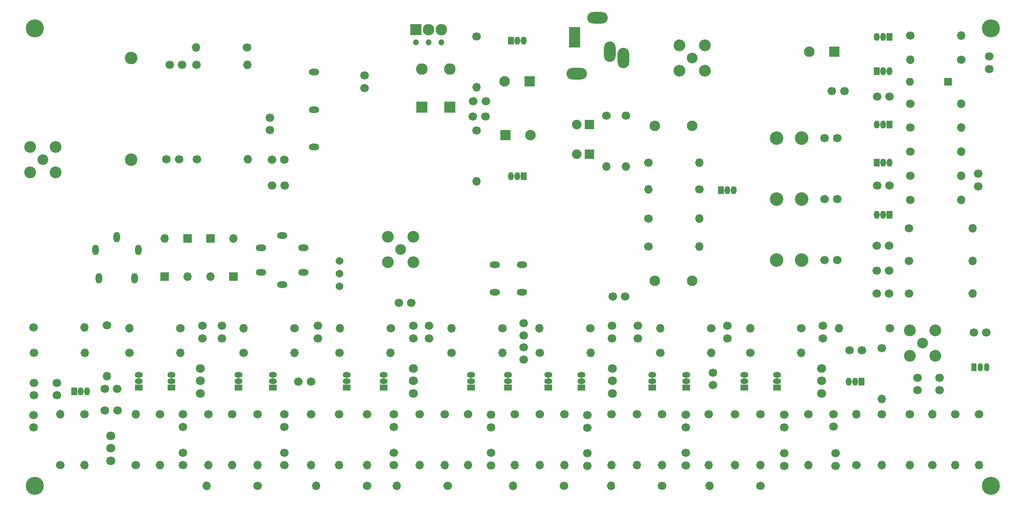
<source format=gbr>
%TF.GenerationSoftware,KiCad,Pcbnew,(5.1.6-0-10_14)*%
%TF.CreationDate,2020-10-31T17:57:06+01:00*%
%TF.ProjectId,FM_Receiver,464d5f52-6563-4656-9976-65722e6b6963,rev?*%
%TF.SameCoordinates,Original*%
%TF.FileFunction,Soldermask,Bot*%
%TF.FilePolarity,Negative*%
%FSLAX46Y46*%
G04 Gerber Fmt 4.6, Leading zero omitted, Abs format (unit mm)*
G04 Created by KiCad (PCBNEW (5.1.6-0-10_14)) date 2020-10-31 17:57:06*
%MOMM*%
%LPD*%
G01*
G04 APERTURE LIST*
%ADD10O,2.300000X2.300000*%
%ADD11R,2.300000X2.300000*%
%ADD12O,4.100000X2.300000*%
%ADD13O,2.300000X4.100000*%
%ADD14R,2.300000X4.100000*%
%ADD15C,2.350000*%
%ADD16C,2.150000*%
%ADD17R,1.900000X1.900000*%
%ADD18C,1.900000*%
%ADD19C,1.700000*%
%ADD20O,1.700000X1.700000*%
%ADD21C,3.600000*%
%ADD22R,1.150000X1.600000*%
%ADD23O,1.150000X1.600000*%
%ADD24C,2.100000*%
%ADD25R,2.100000X2.100000*%
%ADD26C,1.200000*%
%ADD27C,2.300000*%
%ADD28R,1.100000X1.600000*%
%ADD29O,1.100000X1.600000*%
%ADD30C,1.540000*%
%ADD31O,2.100000X1.300000*%
%ADD32O,1.300000X2.100000*%
%ADD33C,2.500000*%
%ADD34O,2.500000X2.500000*%
%ADD35R,1.600000X1.150000*%
%ADD36O,1.600000X1.150000*%
%ADD37C,1.800000*%
%ADD38O,1.600000X1.600000*%
%ADD39R,1.600000X1.600000*%
%ADD40C,2.700000*%
%ADD41R,1.700000X1.700000*%
G04 APERTURE END LIST*
D10*
%TO.C,D101*%
X117078000Y-76778000D03*
D11*
X117078000Y-84398000D03*
%TD*%
D10*
%TO.C,D102*%
X122666000Y-76778000D03*
D11*
X122666000Y-84398000D03*
%TD*%
D12*
%TO.C,J107*%
X152158000Y-66528000D03*
D13*
X157358000Y-74528000D03*
X154658000Y-73328000D03*
D12*
X148058000Y-77728000D03*
D14*
X147558000Y-70428000D03*
%TD*%
D15*
%TO.C,J110*%
X168529000Y-77089000D03*
X168529000Y-72009000D03*
X173609000Y-72009000D03*
X173609000Y-77089000D03*
D16*
X171069000Y-74549000D03*
%TD*%
D17*
%TO.C,D103*%
X150548199Y-93756199D03*
D18*
X148008199Y-93756199D03*
%TD*%
%TO.C,D104*%
X148040600Y-87877800D03*
D17*
X150580600Y-87877800D03*
%TD*%
D19*
%TO.C,R103*%
X153933400Y-86074400D03*
D20*
X153933400Y-96234400D03*
%TD*%
%TO.C,R104*%
X157819600Y-96234400D03*
D19*
X157819600Y-86074400D03*
%TD*%
%TO.C,C109*%
X228076000Y-97696800D03*
X228076000Y-100196800D03*
%TD*%
%TO.C,C106*%
X230311200Y-74227200D03*
X230311200Y-76727200D03*
%TD*%
%TO.C,C105*%
X105648000Y-80548000D03*
X105648000Y-78048000D03*
%TD*%
%TO.C,C103*%
X115006000Y-123514000D03*
X112506000Y-123514000D03*
%TD*%
%TO.C,C102*%
X155178000Y-122244000D03*
X157678000Y-122244000D03*
%TD*%
D21*
%TO.C,REF\u002A\u002A*%
X39862000Y-160090000D03*
%TD*%
%TO.C,REF\u002A\u002A*%
X230616000Y-160090000D03*
%TD*%
%TO.C,REF\u002A\u002A*%
X230616000Y-68650000D03*
%TD*%
%TO.C,REF\u002A\u002A*%
X39862000Y-68650000D03*
%TD*%
D22*
%TO.C,Q102*%
X134860000Y-71090000D03*
D23*
X137400000Y-71090000D03*
X136130000Y-71090000D03*
%TD*%
D19*
%TO.C,R203*%
X82260000Y-72440000D03*
D20*
X72100000Y-72440000D03*
%TD*%
D19*
%TO.C,C201*%
X68680000Y-94810000D03*
X66180000Y-94810000D03*
%TD*%
%TO.C,C202*%
X69310000Y-75890000D03*
X66810000Y-75890000D03*
%TD*%
%TO.C,C204*%
X86800000Y-86460000D03*
X86800000Y-88960000D03*
%TD*%
%TO.C,R201*%
X72260000Y-94810000D03*
D20*
X82420000Y-94810000D03*
%TD*%
D19*
%TO.C,R102*%
X128000000Y-70200000D03*
D20*
X128000000Y-80360000D03*
%TD*%
D19*
%TO.C,C112*%
X129900000Y-83200000D03*
X127400000Y-83200000D03*
%TD*%
D24*
%TO.C,C111*%
X133600000Y-79200000D03*
D25*
X138600000Y-79200000D03*
%TD*%
D22*
%TO.C,Q101*%
X137400000Y-98200000D03*
D23*
X134860000Y-98200000D03*
X136130000Y-98200000D03*
%TD*%
D19*
%TO.C,C110*%
X127300000Y-86200000D03*
X129800000Y-86200000D03*
%TD*%
D11*
%TO.C,J101*%
X115933000Y-68877000D03*
D26*
X115933000Y-71417000D03*
D27*
X118473000Y-68877000D03*
D26*
X118473000Y-71417000D03*
D27*
X121013000Y-68877000D03*
D26*
X121013000Y-71417000D03*
%TD*%
D20*
%TO.C,R101*%
X128000000Y-99160000D03*
D19*
X128000000Y-89000000D03*
%TD*%
D24*
%TO.C,C107*%
X138800000Y-90000000D03*
D25*
X133800000Y-90000000D03*
%TD*%
D15*
%TO.C,J109*%
X214460000Y-134040000D03*
X214460000Y-128960000D03*
X219540000Y-128960000D03*
X219540000Y-134040000D03*
D16*
X217000000Y-131500000D03*
%TD*%
D19*
%TO.C,C403*%
X216000000Y-140950000D03*
X216000000Y-138450000D03*
%TD*%
D28*
%TO.C,Q401*%
X227250000Y-136350000D03*
D29*
X229790000Y-136350000D03*
X228520000Y-136350000D03*
%TD*%
D20*
%TO.C,R403*%
X223550000Y-155930600D03*
D19*
X223550000Y-145770600D03*
%TD*%
D20*
%TO.C,R402*%
X219000000Y-145770600D03*
D19*
X219000000Y-155930600D03*
%TD*%
%TO.C,C108*%
X198922000Y-81153000D03*
X201422000Y-81153000D03*
%TD*%
%TO.C,C104*%
X199644000Y-153583000D03*
X199644000Y-156083000D03*
%TD*%
D24*
%TO.C,C101*%
X194390000Y-73279000D03*
D25*
X199390000Y-73279000D03*
%TD*%
D20*
%TO.C,L501*%
X227009200Y-121666000D03*
D19*
X214309200Y-121666000D03*
%TD*%
D20*
%TO.C,L502*%
X227009200Y-115122400D03*
D19*
X214309200Y-115122400D03*
%TD*%
D15*
%TO.C,J108*%
X110372400Y-115335200D03*
X110372400Y-110255200D03*
X115452400Y-110255200D03*
X115452400Y-115335200D03*
D16*
X112912400Y-112795200D03*
%TD*%
D30*
%TO.C,RV201*%
X100712000Y-120150000D03*
X100712000Y-117610000D03*
X100712000Y-115070000D03*
%TD*%
D31*
%TO.C,T202*%
X85065600Y-117381400D03*
X93498400Y-117381400D03*
X93498400Y-112504600D03*
X85065600Y-112504600D03*
X89282000Y-110043000D03*
X89282000Y-119843000D03*
%TD*%
D19*
%TO.C,R202*%
X72160000Y-75890000D03*
D20*
X82320000Y-75890000D03*
%TD*%
D19*
%TO.C,C317*%
X118529100Y-130606800D03*
X118529100Y-128106800D03*
%TD*%
D20*
%TO.C,R325*%
X123024900Y-128550000D03*
D19*
X133184900Y-128550000D03*
%TD*%
D20*
%TO.C,R327*%
X133210300Y-133502400D03*
D19*
X123050300Y-133502400D03*
%TD*%
D32*
%TO.C,T201*%
X59818000Y-118549800D03*
X60554600Y-112885600D03*
X56262000Y-110396400D03*
X52706000Y-118549800D03*
X51969400Y-112885600D03*
%TD*%
D31*
%TO.C,T301*%
X131648200Y-121335800D03*
X137083800Y-121335800D03*
X131648200Y-115900200D03*
X137083800Y-115900200D03*
%TD*%
D16*
%TO.C,J106*%
X41538400Y-94913600D03*
D15*
X38998400Y-92373600D03*
X38998400Y-97453600D03*
X44078400Y-97453600D03*
X44078400Y-92373600D03*
%TD*%
D24*
%TO.C,C510*%
X171076000Y-88138000D03*
X163576000Y-88138000D03*
%TD*%
D31*
%TO.C,L202*%
X95600000Y-92350000D03*
X95600000Y-84850000D03*
X95600000Y-77350000D03*
%TD*%
D19*
%TO.C,C203*%
X89696800Y-94862800D03*
X87196800Y-94862800D03*
%TD*%
%TO.C,C205*%
X87246000Y-100043000D03*
X89746000Y-100043000D03*
%TD*%
D33*
%TO.C,L201*%
X59090000Y-94880000D03*
D34*
X59090000Y-74560000D03*
%TD*%
D19*
%TO.C,C301*%
X39751000Y-139458700D03*
X39751000Y-141958700D03*
%TD*%
%TO.C,C303*%
X44272200Y-139486000D03*
X44272200Y-141986000D03*
%TD*%
D22*
%TO.C,Q301*%
X47790100Y-141147800D03*
D23*
X50330100Y-141147800D03*
X49060100Y-141147800D03*
%TD*%
D20*
%TO.C,R301*%
X49885600Y-133502400D03*
D19*
X39725600Y-133502400D03*
%TD*%
D20*
%TO.C,R304*%
X49834800Y-128409700D03*
D19*
X39674800Y-128409700D03*
%TD*%
%TO.C,C302*%
X39674800Y-148410300D03*
X39674800Y-145910300D03*
%TD*%
%TO.C,C304*%
X53875300Y-144970500D03*
X56375300Y-144970500D03*
%TD*%
%TO.C,C305*%
X53835300Y-140652500D03*
X56335300Y-140652500D03*
%TD*%
%TO.C,C306*%
X69430900Y-153430600D03*
X69430900Y-155930600D03*
%TD*%
%TO.C,C307*%
X69430900Y-148270600D03*
X69430900Y-145770600D03*
%TD*%
%TO.C,C308*%
X73329800Y-128106800D03*
X73329800Y-130606800D03*
%TD*%
%TO.C,C309*%
X77254100Y-130606800D03*
X77254100Y-128106800D03*
%TD*%
D35*
%TO.C,Q302*%
X60655200Y-140423900D03*
D36*
X60655200Y-137883900D03*
X60655200Y-139153900D03*
%TD*%
D35*
%TO.C,Q303*%
X67144900Y-140423900D03*
D36*
X67144900Y-137883900D03*
X67144900Y-139153900D03*
%TD*%
D20*
%TO.C,R302*%
X49822100Y-155930600D03*
D19*
X49822100Y-145770600D03*
%TD*%
D20*
%TO.C,R303*%
X44996100Y-145770600D03*
D19*
X44996100Y-155930600D03*
%TD*%
D20*
%TO.C,R305*%
X54254400Y-138176000D03*
D19*
X54254400Y-128016000D03*
%TD*%
D20*
%TO.C,R306*%
X60032900Y-145770600D03*
D19*
X60032900Y-155930600D03*
%TD*%
D20*
%TO.C,R307*%
X58762900Y-128550000D03*
D19*
X68922900Y-128550000D03*
%TD*%
D20*
%TO.C,R308*%
X64858900Y-155930600D03*
D19*
X64858900Y-145770600D03*
%TD*%
D20*
%TO.C,R309*%
X68922900Y-133502400D03*
D19*
X58762900Y-133502400D03*
%TD*%
D20*
%TO.C,R310*%
X74510900Y-155930600D03*
D19*
X74510900Y-145770600D03*
%TD*%
D37*
%TO.C,Y301*%
X55016400Y-155063200D03*
X55016400Y-152563200D03*
X55016400Y-150063200D03*
%TD*%
%TO.C,Y302*%
X72910700Y-141588500D03*
X72910700Y-139088500D03*
X72910700Y-136588500D03*
%TD*%
D19*
%TO.C,C501*%
X207857600Y-121666000D03*
X210357600Y-121666000D03*
%TD*%
%TO.C,C504*%
X207939000Y-100076000D03*
X210439000Y-100076000D03*
%TD*%
%TO.C,C502*%
X207857600Y-117094000D03*
X210357600Y-117094000D03*
%TD*%
%TO.C,C505*%
X207939000Y-82296000D03*
X210439000Y-82296000D03*
%TD*%
%TO.C,C506*%
X199985000Y-90551000D03*
X197485000Y-90551000D03*
%TD*%
%TO.C,C507*%
X199985000Y-102743000D03*
X197485000Y-102743000D03*
%TD*%
%TO.C,C508*%
X199985000Y-114935000D03*
X197485000Y-114935000D03*
%TD*%
D24*
%TO.C,C509*%
X171076000Y-119126000D03*
X163576000Y-119126000D03*
%TD*%
D38*
%TO.C,D501*%
X214523200Y-79292856D03*
D39*
X222143200Y-79292856D03*
%TD*%
D40*
%TO.C,L504*%
X187913000Y-90551000D03*
X192913000Y-90551000D03*
%TD*%
%TO.C,L505*%
X187913000Y-102743000D03*
X192913000Y-102743000D03*
%TD*%
%TO.C,L506*%
X187913000Y-114935000D03*
X192913000Y-114935000D03*
%TD*%
D22*
%TO.C,Q501*%
X210439000Y-105918000D03*
D23*
X207899000Y-105918000D03*
X209169000Y-105918000D03*
%TD*%
D22*
%TO.C,Q502*%
X207899000Y-95504000D03*
D23*
X210439000Y-95504000D03*
X209169000Y-95504000D03*
%TD*%
D22*
%TO.C,Q503*%
X210439000Y-87884000D03*
D23*
X207899000Y-87884000D03*
X209169000Y-87884000D03*
%TD*%
D22*
%TO.C,Q504*%
X207899000Y-77216000D03*
D23*
X210439000Y-77216000D03*
X209169000Y-77216000D03*
%TD*%
D22*
%TO.C,Q505*%
X210439000Y-70358000D03*
D23*
X207899000Y-70358000D03*
X209169000Y-70358000D03*
%TD*%
D22*
%TO.C,Q506*%
X176784000Y-100965000D03*
D23*
X179324000Y-100965000D03*
X178054000Y-100965000D03*
%TD*%
D20*
%TO.C,R501*%
X224723200Y-102940000D03*
D19*
X214563200Y-102940000D03*
%TD*%
D20*
%TO.C,R502*%
X224723200Y-98120568D03*
D19*
X214563200Y-98120568D03*
%TD*%
D20*
%TO.C,R503*%
X224723200Y-93301140D03*
D19*
X214563200Y-93301140D03*
%TD*%
D20*
%TO.C,R504*%
X224723200Y-88481712D03*
D19*
X214563200Y-88481712D03*
%TD*%
D20*
%TO.C,R505*%
X224723200Y-83662284D03*
D19*
X214563200Y-83662284D03*
%TD*%
D20*
%TO.C,R506*%
X214563200Y-74923428D03*
D19*
X224723200Y-74923428D03*
%TD*%
D20*
%TO.C,R507*%
X224723200Y-70104000D03*
D19*
X214563200Y-70104000D03*
%TD*%
D20*
%TO.C,R508*%
X172466000Y-106680000D03*
D19*
X162306000Y-106680000D03*
%TD*%
D20*
%TO.C,R509*%
X172466000Y-112268000D03*
D19*
X162306000Y-112268000D03*
%TD*%
D20*
%TO.C,R510*%
X172466000Y-95504000D03*
D19*
X162306000Y-95504000D03*
%TD*%
D20*
%TO.C,R511*%
X162306000Y-100838000D03*
D19*
X172466000Y-100838000D03*
%TD*%
%TO.C,C310*%
X89662000Y-153456000D03*
X89662000Y-155956000D03*
%TD*%
D35*
%TO.C,Q315*%
X187985400Y-140423900D03*
D36*
X187985400Y-137883900D03*
X187985400Y-139153900D03*
%TD*%
D19*
%TO.C,C325*%
X160223200Y-130606800D03*
X160223200Y-128106800D03*
%TD*%
%TO.C,C311*%
X89662000Y-148296000D03*
X89662000Y-145796000D03*
%TD*%
%TO.C,C326*%
X169748200Y-153494100D03*
X169748200Y-155994100D03*
%TD*%
%TO.C,C312*%
X92508700Y-139217400D03*
X95008700Y-139217400D03*
%TD*%
%TO.C,C327*%
X169748200Y-148372200D03*
X169748200Y-145872200D03*
%TD*%
%TO.C,C313*%
X96393000Y-130606800D03*
X96393000Y-128106800D03*
%TD*%
%TO.C,C328*%
X175221900Y-137426700D03*
X175221900Y-139926700D03*
%TD*%
%TO.C,C314*%
X111569500Y-153456000D03*
X111569500Y-155956000D03*
%TD*%
%TO.C,C329*%
X178117500Y-130606800D03*
X178117500Y-128106800D03*
%TD*%
%TO.C,C315*%
X111506000Y-148296000D03*
X111506000Y-145796000D03*
%TD*%
%TO.C,C330*%
X189382400Y-153557600D03*
X189382400Y-156057600D03*
%TD*%
%TO.C,C316*%
X115443000Y-128106800D03*
X115443000Y-130606800D03*
%TD*%
%TO.C,C331*%
X189395100Y-148384900D03*
X189395100Y-145884900D03*
%TD*%
%TO.C,C332*%
X197129400Y-128106800D03*
X197129400Y-130606800D03*
%TD*%
%TO.C,C318*%
X130898900Y-156006800D03*
X130898900Y-153506800D03*
%TD*%
%TO.C,C319*%
X130898900Y-148346800D03*
X130898900Y-145846800D03*
%TD*%
%TO.C,C333*%
X199275700Y-145721700D03*
X199275700Y-148221700D03*
%TD*%
%TO.C,C320*%
X137414000Y-134874000D03*
X137414000Y-132374000D03*
%TD*%
%TO.C,C334*%
X204950000Y-132950000D03*
X202450000Y-132950000D03*
%TD*%
%TO.C,C321*%
X137414000Y-127548000D03*
X137414000Y-130048000D03*
%TD*%
%TO.C,C322*%
X150126700Y-153583000D03*
X150126700Y-156083000D03*
%TD*%
%TO.C,C323*%
X150152100Y-148435700D03*
X150152100Y-145935700D03*
%TD*%
%TO.C,C324*%
X155067000Y-128106800D03*
X155067000Y-130606800D03*
%TD*%
%TO.C,C402*%
X220450000Y-138450000D03*
X220450000Y-140950000D03*
%TD*%
D41*
%TO.C,D201*%
X74931000Y-110625000D03*
D20*
X74931000Y-118245000D03*
%TD*%
D41*
%TO.C,D202*%
X79503000Y-118245000D03*
D20*
X79503000Y-110625000D03*
%TD*%
D41*
%TO.C,D203*%
X65787000Y-118245000D03*
D20*
X65787000Y-110625000D03*
%TD*%
D41*
%TO.C,D204*%
X70359000Y-110625000D03*
D20*
X70359000Y-118245000D03*
%TD*%
D35*
%TO.C,Q304*%
X80518000Y-140423900D03*
D36*
X80518000Y-137883900D03*
X80518000Y-139153900D03*
%TD*%
D35*
%TO.C,Q305*%
X87376000Y-140423900D03*
D36*
X87376000Y-137883900D03*
X87376000Y-139153900D03*
%TD*%
D35*
%TO.C,Q312*%
X163080700Y-140423900D03*
D36*
X163080700Y-137883900D03*
X163080700Y-139153900D03*
%TD*%
D35*
%TO.C,Q313*%
X169900600Y-140423900D03*
D36*
X169900600Y-137883900D03*
X169900600Y-139153900D03*
%TD*%
D35*
%TO.C,Q306*%
X102108000Y-140423900D03*
D36*
X102108000Y-137883900D03*
X102108000Y-139153900D03*
%TD*%
D35*
%TO.C,Q307*%
X109474000Y-140423900D03*
D36*
X109474000Y-137883900D03*
X109474000Y-139153900D03*
%TD*%
D35*
%TO.C,Q314*%
X181470300Y-140423900D03*
D36*
X181470300Y-137883900D03*
X181470300Y-139153900D03*
%TD*%
D35*
%TO.C,Q308*%
X126961900Y-140423900D03*
D36*
X126961900Y-137883900D03*
X126961900Y-139153900D03*
%TD*%
D35*
%TO.C,Q309*%
X134315200Y-140423900D03*
D36*
X134315200Y-137883900D03*
X134315200Y-139153900D03*
%TD*%
D22*
%TO.C,Q316*%
X204850000Y-139200000D03*
D23*
X202310000Y-139200000D03*
X203580000Y-139200000D03*
%TD*%
D35*
%TO.C,Q310*%
X142341600Y-140423900D03*
D36*
X142341600Y-137883900D03*
X142341600Y-139153900D03*
%TD*%
D35*
%TO.C,Q311*%
X148945600Y-140423900D03*
D36*
X148945600Y-137883900D03*
X148945600Y-139153900D03*
%TD*%
D20*
%TO.C,R311*%
X74155300Y-160058100D03*
D19*
X84315300Y-160058100D03*
%TD*%
D20*
%TO.C,R312*%
X79248000Y-155930600D03*
D19*
X79248000Y-145770600D03*
%TD*%
D20*
%TO.C,R313*%
X81572100Y-128550000D03*
D19*
X91732100Y-128550000D03*
%TD*%
D20*
%TO.C,R314*%
X84328000Y-155930600D03*
D19*
X84328000Y-145770600D03*
%TD*%
D20*
%TO.C,R335*%
X160020000Y-155930600D03*
D19*
X160020000Y-145770600D03*
%TD*%
D20*
%TO.C,R315*%
X91732100Y-133502400D03*
D19*
X81572100Y-133502400D03*
%TD*%
D20*
%TO.C,R336*%
X164680900Y-128550000D03*
D19*
X174840900Y-128550000D03*
%TD*%
D20*
%TO.C,R316*%
X94996000Y-155930600D03*
D19*
X94996000Y-145770600D03*
%TD*%
D20*
%TO.C,R337*%
X165061900Y-155930600D03*
D19*
X165061900Y-145770600D03*
%TD*%
D20*
%TO.C,R338*%
X154901900Y-160058100D03*
D19*
X165061900Y-160058100D03*
%TD*%
%TO.C,R317*%
X106172000Y-160058100D03*
D20*
X96012000Y-160058100D03*
%TD*%
%TO.C,R339*%
X174840900Y-133502400D03*
D19*
X164680900Y-133502400D03*
%TD*%
D20*
%TO.C,R318*%
X100584000Y-155930600D03*
D19*
X100584000Y-145770600D03*
%TD*%
D20*
%TO.C,R340*%
X174345600Y-155930600D03*
D19*
X174345600Y-145770600D03*
%TD*%
D20*
%TO.C,R319*%
X100812600Y-128550000D03*
D19*
X110972600Y-128550000D03*
%TD*%
D20*
%TO.C,R320*%
X106172000Y-155930600D03*
D19*
X106172000Y-145770600D03*
%TD*%
D20*
%TO.C,R341*%
X179616100Y-155930600D03*
D19*
X179616100Y-145770600D03*
%TD*%
D20*
%TO.C,R321*%
X110883700Y-133502400D03*
D19*
X100723700Y-133502400D03*
%TD*%
D20*
%TO.C,R342*%
X182689500Y-128550000D03*
D19*
X192849500Y-128550000D03*
%TD*%
D20*
%TO.C,R322*%
X116713000Y-155930600D03*
D19*
X116713000Y-145770600D03*
%TD*%
D20*
%TO.C,R343*%
X184708800Y-155930600D03*
D19*
X184708800Y-145770600D03*
%TD*%
D20*
%TO.C,R344*%
X174561500Y-160058100D03*
D19*
X184721500Y-160058100D03*
%TD*%
D20*
%TO.C,R345*%
X192824100Y-133502400D03*
D19*
X182664100Y-133502400D03*
%TD*%
D20*
%TO.C,R346*%
X194233800Y-155930600D03*
D19*
X194233800Y-145770600D03*
%TD*%
D20*
%TO.C,R323*%
X112141000Y-160058100D03*
D19*
X122301000Y-160058100D03*
%TD*%
D20*
%TO.C,R324*%
X121678700Y-155930600D03*
D19*
X121678700Y-145770600D03*
%TD*%
D20*
%TO.C,R326*%
X126365000Y-155930600D03*
D19*
X126365000Y-145770600D03*
%TD*%
D20*
%TO.C,R328*%
X135623300Y-155930600D03*
D19*
X135623300Y-145770600D03*
%TD*%
D20*
%TO.C,R347*%
X203784200Y-145770600D03*
D19*
X203784200Y-155930600D03*
%TD*%
D20*
%TO.C,R348*%
X208876900Y-155930600D03*
D19*
X208876900Y-145770600D03*
%TD*%
D20*
%TO.C,R349*%
X208900000Y-142710000D03*
D19*
X208900000Y-132550000D03*
%TD*%
D20*
%TO.C,R329*%
X140614400Y-155930600D03*
D19*
X140614400Y-145770600D03*
%TD*%
D20*
%TO.C,R350*%
X200340000Y-128550000D03*
D19*
X210500000Y-128550000D03*
%TD*%
D20*
%TO.C,R330*%
X140576300Y-128550000D03*
D19*
X150736300Y-128550000D03*
%TD*%
D20*
%TO.C,R331*%
X145529300Y-155930600D03*
D19*
X145529300Y-145770600D03*
%TD*%
D20*
%TO.C,R332*%
X135343900Y-160058100D03*
D19*
X145503900Y-160058100D03*
%TD*%
D20*
%TO.C,R333*%
X150774400Y-133502400D03*
D19*
X140614400Y-133502400D03*
%TD*%
D20*
%TO.C,R334*%
X154927300Y-155930600D03*
D19*
X154927300Y-145770600D03*
%TD*%
D20*
%TO.C,R401*%
X228300000Y-155930600D03*
D19*
X228300000Y-145770600D03*
%TD*%
D20*
%TO.C,R404*%
X214520300Y-155930600D03*
D19*
X214520300Y-145770600D03*
%TD*%
D37*
%TO.C,Y304*%
X155092400Y-141588500D03*
X155092400Y-139088500D03*
X155092400Y-136588500D03*
%TD*%
%TO.C,Y303*%
X115443000Y-141588500D03*
X115443000Y-139088500D03*
X115443000Y-136588500D03*
%TD*%
%TO.C,Y305*%
X196850000Y-141588500D03*
X196850000Y-139088500D03*
X196850000Y-136588500D03*
%TD*%
D19*
%TO.C,C401*%
X227263200Y-129457600D03*
X229763200Y-129457600D03*
%TD*%
%TO.C,C503*%
X210357600Y-112033200D03*
X207857600Y-112033200D03*
%TD*%
%TO.C,L503*%
X214309200Y-108578800D03*
D20*
X227009200Y-108578800D03*
%TD*%
M02*

</source>
